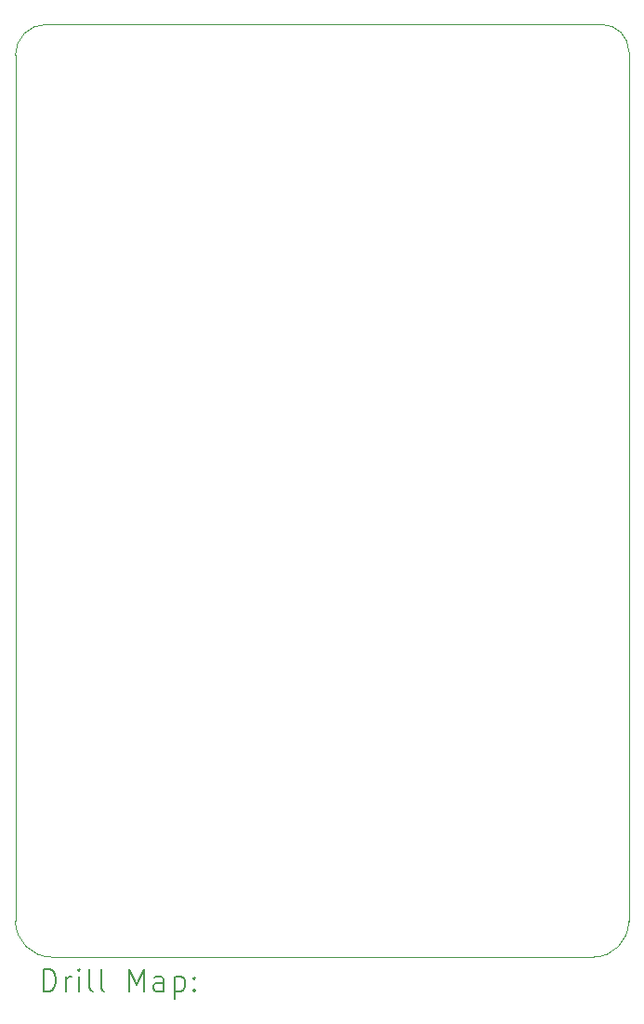
<source format=gbr>
%TF.GenerationSoftware,KiCad,Pcbnew,(6.0.11)*%
%TF.CreationDate,2025-01-10T09:32:41+11:00*%
%TF.ProjectId,bbb,6262622e-6b69-4636-9164-5f7063625858,rev?*%
%TF.SameCoordinates,Original*%
%TF.FileFunction,Drillmap*%
%TF.FilePolarity,Positive*%
%FSLAX45Y45*%
G04 Gerber Fmt 4.5, Leading zero omitted, Abs format (unit mm)*
G04 Created by KiCad (PCBNEW (6.0.11)) date 2025-01-10 09:32:41*
%MOMM*%
%LPD*%
G01*
G04 APERTURE LIST*
%ADD10C,0.002540*%
%ADD11C,0.200000*%
G04 APERTURE END LIST*
D10*
X16551913Y-14325585D02*
G75*
G03*
X16873213Y-14001750I0J321310D01*
G01*
X16874490Y-6083300D02*
G75*
G03*
X16629230Y-5835649I-246380J1270D01*
G01*
X11564620Y-5835650D02*
G75*
G03*
X11285220Y-6115050I0J-279400D01*
G01*
X11285220Y-13995400D02*
G75*
G03*
X11615420Y-14325600I330200J0D01*
G01*
X16629230Y-5835649D02*
X11564620Y-5835650D01*
X16551913Y-14325585D02*
X11615420Y-14325600D01*
X16873220Y-14001750D02*
X16874490Y-6083300D01*
X11285220Y-13995400D02*
X11285220Y-6115050D01*
D11*
X11542712Y-14636203D02*
X11542712Y-14436203D01*
X11590331Y-14436203D01*
X11618902Y-14445727D01*
X11637950Y-14464775D01*
X11647474Y-14483822D01*
X11656998Y-14521917D01*
X11656998Y-14550489D01*
X11647474Y-14588584D01*
X11637950Y-14607632D01*
X11618902Y-14626679D01*
X11590331Y-14636203D01*
X11542712Y-14636203D01*
X11742712Y-14636203D02*
X11742712Y-14502870D01*
X11742712Y-14540965D02*
X11752236Y-14521917D01*
X11761760Y-14512394D01*
X11780807Y-14502870D01*
X11799855Y-14502870D01*
X11866521Y-14636203D02*
X11866521Y-14502870D01*
X11866521Y-14436203D02*
X11856998Y-14445727D01*
X11866521Y-14455251D01*
X11876045Y-14445727D01*
X11866521Y-14436203D01*
X11866521Y-14455251D01*
X11990331Y-14636203D02*
X11971283Y-14626679D01*
X11961760Y-14607632D01*
X11961760Y-14436203D01*
X12095093Y-14636203D02*
X12076045Y-14626679D01*
X12066521Y-14607632D01*
X12066521Y-14436203D01*
X12323664Y-14636203D02*
X12323664Y-14436203D01*
X12390331Y-14579060D01*
X12456998Y-14436203D01*
X12456998Y-14636203D01*
X12637950Y-14636203D02*
X12637950Y-14531441D01*
X12628426Y-14512394D01*
X12609379Y-14502870D01*
X12571283Y-14502870D01*
X12552236Y-14512394D01*
X12637950Y-14626679D02*
X12618902Y-14636203D01*
X12571283Y-14636203D01*
X12552236Y-14626679D01*
X12542712Y-14607632D01*
X12542712Y-14588584D01*
X12552236Y-14569536D01*
X12571283Y-14560013D01*
X12618902Y-14560013D01*
X12637950Y-14550489D01*
X12733188Y-14502870D02*
X12733188Y-14702870D01*
X12733188Y-14512394D02*
X12752236Y-14502870D01*
X12790331Y-14502870D01*
X12809379Y-14512394D01*
X12818902Y-14521917D01*
X12828426Y-14540965D01*
X12828426Y-14598108D01*
X12818902Y-14617155D01*
X12809379Y-14626679D01*
X12790331Y-14636203D01*
X12752236Y-14636203D01*
X12733188Y-14626679D01*
X12914141Y-14617155D02*
X12923664Y-14626679D01*
X12914141Y-14636203D01*
X12904617Y-14626679D01*
X12914141Y-14617155D01*
X12914141Y-14636203D01*
X12914141Y-14512394D02*
X12923664Y-14521917D01*
X12914141Y-14531441D01*
X12904617Y-14521917D01*
X12914141Y-14512394D01*
X12914141Y-14531441D01*
M02*

</source>
